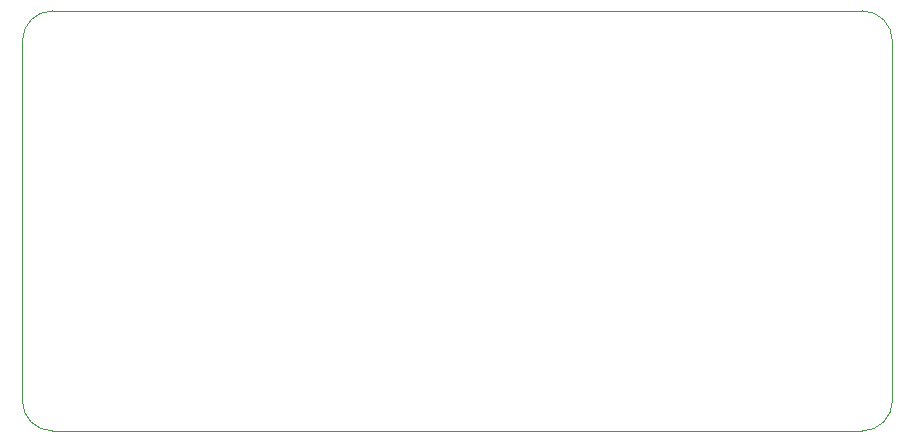
<source format=gbr>
%TF.GenerationSoftware,KiCad,Pcbnew,8.0.4*%
%TF.CreationDate,2024-09-01T17:43:29+09:00*%
%TF.ProjectId,uPD753adapter,75504437-3533-4616-9461-707465722e6b,rev?*%
%TF.SameCoordinates,Original*%
%TF.FileFunction,Profile,NP*%
%FSLAX46Y46*%
G04 Gerber Fmt 4.6, Leading zero omitted, Abs format (unit mm)*
G04 Created by KiCad (PCBNEW 8.0.4) date 2024-09-01 17:43:29*
%MOMM*%
%LPD*%
G01*
G04 APERTURE LIST*
%TA.AperFunction,Profile*%
%ADD10C,0.100000*%
%TD*%
G04 APERTURE END LIST*
D10*
X2540000Y0D02*
X71120000Y0D01*
X2540000Y-35560000D02*
G75*
G02*
X0Y-33020000I0J2540000D01*
G01*
X71120000Y0D02*
G75*
G02*
X73660000Y-2540000I0J-2540000D01*
G01*
X0Y-2540000D02*
G75*
G02*
X2540000Y0I2540000J0D01*
G01*
X73660000Y-33020000D02*
X73660000Y-2540000D01*
X0Y-33020000D02*
X0Y-2540000D01*
X73660000Y-33020000D02*
G75*
G02*
X71120000Y-35560000I-2540000J0D01*
G01*
X71120000Y-35560000D02*
X2540000Y-35560000D01*
M02*

</source>
